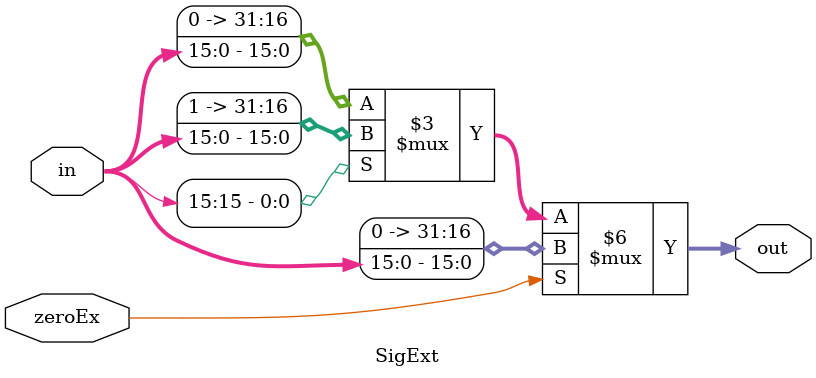
<source format=v>
`timescale 1ns / 1ps
module SigExt(
	input[15:0] in,
	input zeroEx,
	output reg [31:0]out
    );
	 
	 always @(*) begin
		if(zeroEx)begin
			out<={16'h0000,in};
		end
		else if(in[15])begin
			out<={16'hFFFF,in};
		end
		else begin
		   out<={16'h0000,in};
		end
	 end


endmodule

</source>
